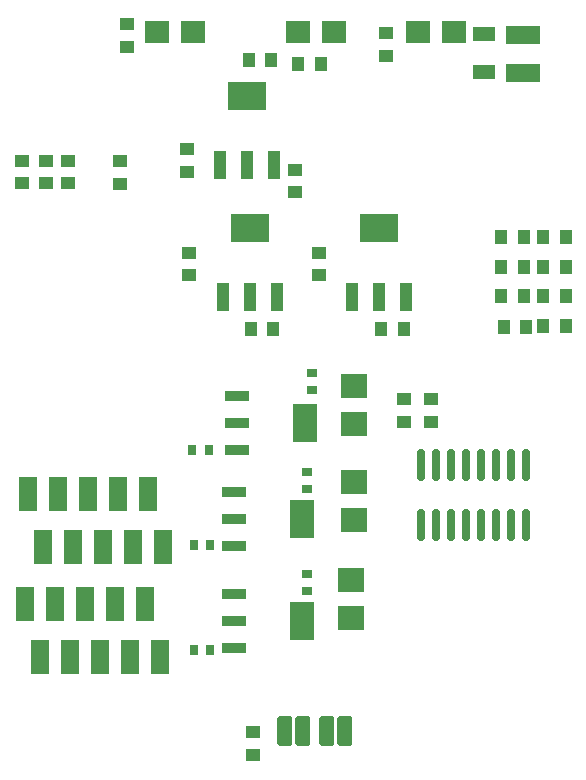
<source format=gtp>
%FSAX25Y25*%
%MOIN*%
G70*
G01*
G75*
G04 Layer_Color=8421504*
%ADD10R,0.02756X0.03543*%
%ADD11R,0.08661X0.07874*%
%ADD12R,0.03543X0.02756*%
%ADD13R,0.08071X0.07480*%
%ADD14R,0.07284X0.04921*%
%ADD15R,0.11417X0.06102*%
G04:AMPARAMS|DCode=16|XSize=50mil|YSize=100mil|CornerRadius=6.25mil|HoleSize=0mil|Usage=FLASHONLY|Rotation=0.000|XOffset=0mil|YOffset=0mil|HoleType=Round|Shape=RoundedRectangle|*
%AMROUNDEDRECTD16*
21,1,0.05000,0.08750,0,0,0.0*
21,1,0.03750,0.10000,0,0,0.0*
1,1,0.01250,0.01875,-0.04375*
1,1,0.01250,-0.01875,-0.04375*
1,1,0.01250,-0.01875,0.04375*
1,1,0.01250,0.01875,0.04375*
%
%ADD16ROUNDEDRECTD16*%
%ADD17R,0.05118X0.04331*%
%ADD18R,0.04331X0.05118*%
%ADD19R,0.03937X0.09449*%
%ADD20R,0.12992X0.09449*%
%ADD21R,0.08268X0.12598*%
%ADD22R,0.08268X0.03543*%
%ADD23O,0.02756X0.10827*%
%ADD24R,0.05906X0.11811*%
%ADD25C,0.04000*%
%ADD26C,0.02000*%
%ADD27C,0.10000*%
%ADD28C,0.01500*%
%ADD29C,0.03500*%
%ADD30C,0.07087*%
%ADD31R,0.06394X0.06394*%
%ADD32C,0.05906*%
%ADD33R,0.05906X0.05906*%
%ADD34R,0.06394X0.06394*%
%ADD35O,0.07874X0.25590*%
G04:AMPARAMS|DCode=36|XSize=157.48mil|YSize=118.11mil|CornerRadius=29.53mil|HoleSize=0mil|Usage=FLASHONLY|Rotation=180.000|XOffset=0mil|YOffset=0mil|HoleType=Round|Shape=RoundedRectangle|*
%AMROUNDEDRECTD36*
21,1,0.15748,0.05906,0,0,180.0*
21,1,0.09843,0.11811,0,0,180.0*
1,1,0.05906,-0.04921,0.02953*
1,1,0.05906,0.04921,0.02953*
1,1,0.05906,0.04921,-0.02953*
1,1,0.05906,-0.04921,-0.02953*
%
%ADD36ROUNDEDRECTD36*%
%ADD37O,0.07874X0.19685*%
%ADD38O,0.21260X0.09843*%
G04:AMPARAMS|DCode=39|XSize=236.22mil|YSize=98.43mil|CornerRadius=24.61mil|HoleSize=0mil|Usage=FLASHONLY|Rotation=180.000|XOffset=0mil|YOffset=0mil|HoleType=Round|Shape=RoundedRectangle|*
%AMROUNDEDRECTD39*
21,1,0.23622,0.04921,0,0,180.0*
21,1,0.18701,0.09843,0,0,180.0*
1,1,0.04921,-0.09350,0.02461*
1,1,0.04921,0.09350,0.02461*
1,1,0.04921,0.09350,-0.02461*
1,1,0.04921,-0.09350,-0.02461*
%
%ADD39ROUNDEDRECTD39*%
%ADD40C,0.16000*%
%ADD41C,0.24410*%
%ADD42C,0.04000*%
%ADD43C,0.05000*%
%ADD44C,0.03200*%
G04:AMPARAMS|DCode=45|XSize=50mil|YSize=100mil|CornerRadius=6.25mil|HoleSize=0mil|Usage=FLASHONLY|Rotation=90.000|XOffset=0mil|YOffset=0mil|HoleType=Round|Shape=RoundedRectangle|*
%AMROUNDEDRECTD45*
21,1,0.05000,0.08750,0,0,90.0*
21,1,0.03750,0.10000,0,0,90.0*
1,1,0.01250,0.04375,0.01875*
1,1,0.01250,0.04375,-0.01875*
1,1,0.01250,-0.04375,-0.01875*
1,1,0.01250,-0.04375,0.01875*
%
%ADD45ROUNDEDRECTD45*%
%ADD46C,0.00787*%
%ADD47C,0.00984*%
%ADD48C,0.01000*%
%ADD49C,0.00500*%
%ADD50C,0.01200*%
%ADD51C,0.00800*%
%ADD52R,0.07284X0.02165*%
D10*
X0195768Y0341032D02*
D03*
X0190256D02*
D03*
X0196268Y0309531D02*
D03*
X0190756D02*
D03*
X0196268Y0274532D02*
D03*
X0190756D02*
D03*
D11*
X0244000Y0349701D02*
D03*
Y0362299D02*
D03*
Y0317701D02*
D03*
Y0330299D02*
D03*
X0243000Y0285201D02*
D03*
Y0297799D02*
D03*
D12*
X0230031Y0361232D02*
D03*
Y0366744D02*
D03*
X0228532Y0328232D02*
D03*
Y0333744D02*
D03*
Y0294232D02*
D03*
Y0299744D02*
D03*
D13*
X0178496Y0480500D02*
D03*
X0190504D02*
D03*
X0225496D02*
D03*
X0237504D02*
D03*
X0265496D02*
D03*
X0277504D02*
D03*
D14*
X0287500Y0467102D02*
D03*
Y0479898D02*
D03*
D15*
X0300500Y0479398D02*
D03*
Y0466602D02*
D03*
D16*
X0221000Y0247500D02*
D03*
X0227000D02*
D03*
X0235000D02*
D03*
X0241000D02*
D03*
D17*
X0141362Y0429933D02*
D03*
Y0437413D02*
D03*
X0133362Y0429933D02*
D03*
Y0437413D02*
D03*
X0210362Y0246913D02*
D03*
Y0239433D02*
D03*
X0148862Y0437413D02*
D03*
Y0429933D02*
D03*
X0166000Y0429760D02*
D03*
Y0437240D02*
D03*
X0168362Y0482913D02*
D03*
Y0475433D02*
D03*
X0254862Y0479913D02*
D03*
Y0472433D02*
D03*
X0189000Y0406740D02*
D03*
Y0399260D02*
D03*
X0260862Y0357913D02*
D03*
Y0350433D02*
D03*
X0232500Y0406740D02*
D03*
Y0399260D02*
D03*
X0269862Y0350433D02*
D03*
Y0357913D02*
D03*
X0224362Y0434413D02*
D03*
Y0426933D02*
D03*
X0188500Y0441240D02*
D03*
Y0433760D02*
D03*
D18*
X0209122Y0471173D02*
D03*
X0216602D02*
D03*
X0314740Y0382500D02*
D03*
X0307260D02*
D03*
X0314740Y0392333D02*
D03*
X0307260D02*
D03*
X0314740Y0402167D02*
D03*
X0307260D02*
D03*
X0314740Y0412000D02*
D03*
X0307260D02*
D03*
X0301602Y0382173D02*
D03*
X0294122D02*
D03*
X0300740Y0392333D02*
D03*
X0293260D02*
D03*
X0300740Y0402167D02*
D03*
X0293260D02*
D03*
X0300740Y0412000D02*
D03*
X0293260D02*
D03*
X0225622Y0469673D02*
D03*
X0233102D02*
D03*
X0217240Y0381500D02*
D03*
X0209760D02*
D03*
X0260740D02*
D03*
X0253260D02*
D03*
D19*
X0200445Y0392083D02*
D03*
X0209500D02*
D03*
X0218555D02*
D03*
X0243445D02*
D03*
X0252500D02*
D03*
X0261555D02*
D03*
X0199445Y0436083D02*
D03*
X0208500D02*
D03*
X0217555D02*
D03*
D20*
X0209500Y0414917D02*
D03*
X0252500D02*
D03*
X0208500Y0458917D02*
D03*
D21*
X0227720Y0350000D02*
D03*
X0226720Y0318000D02*
D03*
Y0284000D02*
D03*
D22*
X0205279Y0340945D02*
D03*
Y0350000D02*
D03*
Y0359055D02*
D03*
X0204279Y0308945D02*
D03*
Y0318000D02*
D03*
Y0327055D02*
D03*
Y0274945D02*
D03*
Y0284000D02*
D03*
Y0293055D02*
D03*
D23*
X0266500Y0315961D02*
D03*
X0271500D02*
D03*
X0276500D02*
D03*
X0281500D02*
D03*
X0286500D02*
D03*
X0291500D02*
D03*
X0296500D02*
D03*
X0301500D02*
D03*
X0266500Y0336039D02*
D03*
X0271500D02*
D03*
X0276500D02*
D03*
X0281500D02*
D03*
X0286500D02*
D03*
X0291500D02*
D03*
X0296500D02*
D03*
X0301500D02*
D03*
D24*
X0179441Y0272142D02*
D03*
X0174441Y0289858D02*
D03*
X0169441Y0272142D02*
D03*
X0164559Y0289858D02*
D03*
X0159441Y0272142D02*
D03*
X0154559Y0289858D02*
D03*
X0149559Y0272142D02*
D03*
X0144559Y0289858D02*
D03*
X0139559Y0272142D02*
D03*
X0134559Y0289858D02*
D03*
X0180441Y0308642D02*
D03*
X0175441Y0326358D02*
D03*
X0170441Y0308642D02*
D03*
X0165559Y0326358D02*
D03*
X0160441Y0308642D02*
D03*
X0155559Y0326358D02*
D03*
X0150559Y0308642D02*
D03*
X0145559Y0326358D02*
D03*
X0140559Y0308642D02*
D03*
X0135559Y0326358D02*
D03*
M02*

</source>
